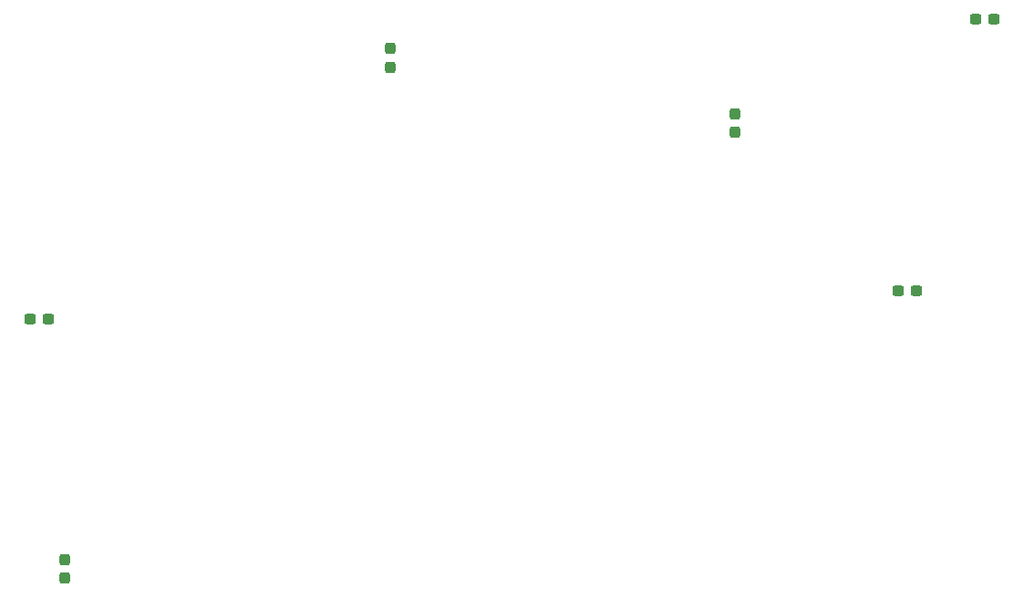
<source format=gbr>
%TF.GenerationSoftware,KiCad,Pcbnew,7.0.5*%
%TF.CreationDate,2023-07-18T15:35:35-04:00*%
%TF.ProjectId,PCBPT_Main_control_V1,50434250-545f-44d6-9169-6e5f636f6e74,rev?*%
%TF.SameCoordinates,Original*%
%TF.FileFunction,Paste,Bot*%
%TF.FilePolarity,Positive*%
%FSLAX46Y46*%
G04 Gerber Fmt 4.6, Leading zero omitted, Abs format (unit mm)*
G04 Created by KiCad (PCBNEW 7.0.5) date 2023-07-18 15:35:35*
%MOMM*%
%LPD*%
G01*
G04 APERTURE LIST*
G04 Aperture macros list*
%AMRoundRect*
0 Rectangle with rounded corners*
0 $1 Rounding radius*
0 $2 $3 $4 $5 $6 $7 $8 $9 X,Y pos of 4 corners*
0 Add a 4 corners polygon primitive as box body*
4,1,4,$2,$3,$4,$5,$6,$7,$8,$9,$2,$3,0*
0 Add four circle primitives for the rounded corners*
1,1,$1+$1,$2,$3*
1,1,$1+$1,$4,$5*
1,1,$1+$1,$6,$7*
1,1,$1+$1,$8,$9*
0 Add four rect primitives between the rounded corners*
20,1,$1+$1,$2,$3,$4,$5,0*
20,1,$1+$1,$4,$5,$6,$7,0*
20,1,$1+$1,$6,$7,$8,$9,0*
20,1,$1+$1,$8,$9,$2,$3,0*%
G04 Aperture macros list end*
%ADD10RoundRect,0.237500X0.237500X-0.300000X0.237500X0.300000X-0.237500X0.300000X-0.237500X-0.300000X0*%
%ADD11RoundRect,0.237500X-0.300000X-0.237500X0.300000X-0.237500X0.300000X0.237500X-0.300000X0.237500X0*%
%ADD12RoundRect,0.237500X0.300000X0.237500X-0.300000X0.237500X-0.300000X-0.237500X0.300000X-0.237500X0*%
%ADD13RoundRect,0.237500X-0.237500X0.300000X-0.237500X-0.300000X0.237500X-0.300000X0.237500X0.300000X0*%
G04 APERTURE END LIST*
D10*
%TO.C,C3*%
X140500000Y-49812500D03*
X140500000Y-48087500D03*
%TD*%
%TO.C,C1*%
X110250000Y-97262500D03*
X110250000Y-95537500D03*
%TD*%
D11*
%TO.C,C5*%
X194837500Y-45400000D03*
X196562500Y-45400000D03*
%TD*%
D12*
%TO.C,C7*%
X189362500Y-70550000D03*
X187637500Y-70550000D03*
%TD*%
D13*
%TO.C,C4*%
X172500000Y-54137500D03*
X172500000Y-55862500D03*
%TD*%
D11*
%TO.C,C2*%
X107037500Y-73250000D03*
X108762500Y-73250000D03*
%TD*%
M02*

</source>
